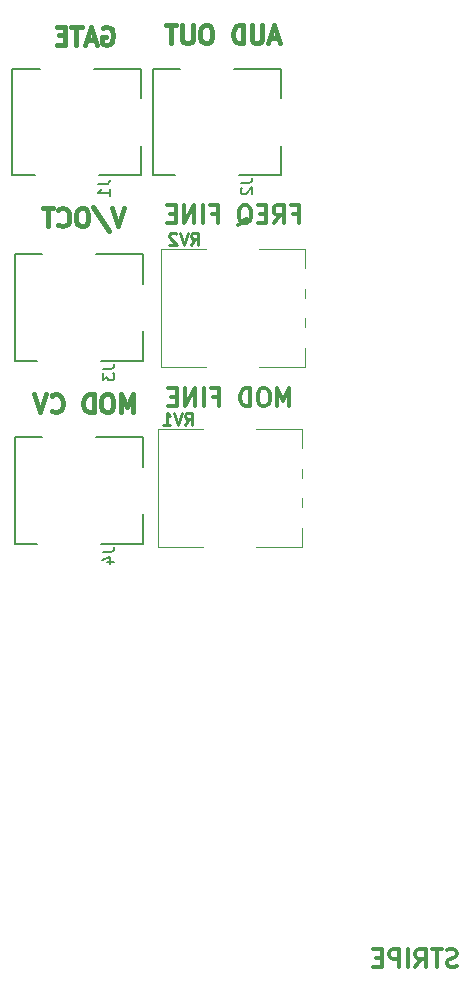
<source format=gbo>
%TF.GenerationSoftware,KiCad,Pcbnew,(6.0.1)*%
%TF.CreationDate,2022-09-27T15:47:34-04:00*%
%TF.ProjectId,SYNTH-VCO-02,53594e54-482d-4564-934f-2d30322e6b69,1*%
%TF.SameCoordinates,Original*%
%TF.FileFunction,Legend,Bot*%
%TF.FilePolarity,Positive*%
%FSLAX46Y46*%
G04 Gerber Fmt 4.6, Leading zero omitted, Abs format (unit mm)*
G04 Created by KiCad (PCBNEW (6.0.1)) date 2022-09-27 15:47:34*
%MOMM*%
%LPD*%
G01*
G04 APERTURE LIST*
%ADD10C,0.381000*%
%ADD11C,0.375000*%
%ADD12C,0.150000*%
%ADD13C,0.254000*%
%ADD14C,0.200000*%
%ADD15C,0.120000*%
G04 APERTURE END LIST*
D10*
X193548000Y-22479000D02*
X193693142Y-22406428D01*
X193910857Y-22406428D01*
X194128571Y-22479000D01*
X194273714Y-22624142D01*
X194346285Y-22769285D01*
X194418857Y-23059571D01*
X194418857Y-23277285D01*
X194346285Y-23567571D01*
X194273714Y-23712714D01*
X194128571Y-23857857D01*
X193910857Y-23930428D01*
X193765714Y-23930428D01*
X193548000Y-23857857D01*
X193475428Y-23785285D01*
X193475428Y-23277285D01*
X193765714Y-23277285D01*
X192894857Y-23495000D02*
X192169142Y-23495000D01*
X193040000Y-23930428D02*
X192532000Y-22406428D01*
X192024000Y-23930428D01*
X191733714Y-22406428D02*
X190862857Y-22406428D01*
X191298285Y-23930428D02*
X191298285Y-22406428D01*
X190354857Y-23132142D02*
X189846857Y-23132142D01*
X189629142Y-23930428D02*
X190354857Y-23930428D01*
X190354857Y-22406428D01*
X189629142Y-22406428D01*
X208388857Y-23368000D02*
X207663142Y-23368000D01*
X208534000Y-23803428D02*
X208026000Y-22279428D01*
X207518000Y-23803428D01*
X207010000Y-22279428D02*
X207010000Y-23513142D01*
X206937428Y-23658285D01*
X206864857Y-23730857D01*
X206719714Y-23803428D01*
X206429428Y-23803428D01*
X206284285Y-23730857D01*
X206211714Y-23658285D01*
X206139142Y-23513142D01*
X206139142Y-22279428D01*
X205413428Y-23803428D02*
X205413428Y-22279428D01*
X205050571Y-22279428D01*
X204832857Y-22352000D01*
X204687714Y-22497142D01*
X204615142Y-22642285D01*
X204542571Y-22932571D01*
X204542571Y-23150285D01*
X204615142Y-23440571D01*
X204687714Y-23585714D01*
X204832857Y-23730857D01*
X205050571Y-23803428D01*
X205413428Y-23803428D01*
X202438000Y-22279428D02*
X202147714Y-22279428D01*
X202002571Y-22352000D01*
X201857428Y-22497142D01*
X201784857Y-22787428D01*
X201784857Y-23295428D01*
X201857428Y-23585714D01*
X202002571Y-23730857D01*
X202147714Y-23803428D01*
X202438000Y-23803428D01*
X202583142Y-23730857D01*
X202728285Y-23585714D01*
X202800857Y-23295428D01*
X202800857Y-22787428D01*
X202728285Y-22497142D01*
X202583142Y-22352000D01*
X202438000Y-22279428D01*
X201131714Y-22279428D02*
X201131714Y-23513142D01*
X201059142Y-23658285D01*
X200986571Y-23730857D01*
X200841428Y-23803428D01*
X200551142Y-23803428D01*
X200406000Y-23730857D01*
X200333428Y-23658285D01*
X200260857Y-23513142D01*
X200260857Y-22279428D01*
X199752857Y-22279428D02*
X198882000Y-22279428D01*
X199317428Y-23803428D02*
X199317428Y-22279428D01*
D11*
X209632714Y-38246857D02*
X210132714Y-38246857D01*
X210132714Y-39032571D02*
X210132714Y-37532571D01*
X209418428Y-37532571D01*
X207989857Y-39032571D02*
X208489857Y-38318285D01*
X208847000Y-39032571D02*
X208847000Y-37532571D01*
X208275571Y-37532571D01*
X208132714Y-37604000D01*
X208061285Y-37675428D01*
X207989857Y-37818285D01*
X207989857Y-38032571D01*
X208061285Y-38175428D01*
X208132714Y-38246857D01*
X208275571Y-38318285D01*
X208847000Y-38318285D01*
X207347000Y-38246857D02*
X206847000Y-38246857D01*
X206632714Y-39032571D02*
X207347000Y-39032571D01*
X207347000Y-37532571D01*
X206632714Y-37532571D01*
X204989857Y-39175428D02*
X205132714Y-39104000D01*
X205275571Y-38961142D01*
X205489857Y-38746857D01*
X205632714Y-38675428D01*
X205775571Y-38675428D01*
X205704142Y-39032571D02*
X205847000Y-38961142D01*
X205989857Y-38818285D01*
X206061285Y-38532571D01*
X206061285Y-38032571D01*
X205989857Y-37746857D01*
X205847000Y-37604000D01*
X205704142Y-37532571D01*
X205418428Y-37532571D01*
X205275571Y-37604000D01*
X205132714Y-37746857D01*
X205061285Y-38032571D01*
X205061285Y-38532571D01*
X205132714Y-38818285D01*
X205275571Y-38961142D01*
X205418428Y-39032571D01*
X205704142Y-39032571D01*
X202775571Y-38246857D02*
X203275571Y-38246857D01*
X203275571Y-39032571D02*
X203275571Y-37532571D01*
X202561285Y-37532571D01*
X201989857Y-39032571D02*
X201989857Y-37532571D01*
X201275571Y-39032571D02*
X201275571Y-37532571D01*
X200418428Y-39032571D01*
X200418428Y-37532571D01*
X199704142Y-38246857D02*
X199204142Y-38246857D01*
X198989857Y-39032571D02*
X199704142Y-39032571D01*
X199704142Y-37532571D01*
X198989857Y-37532571D01*
X209287428Y-54526571D02*
X209287428Y-53026571D01*
X208787428Y-54098000D01*
X208287428Y-53026571D01*
X208287428Y-54526571D01*
X207287428Y-53026571D02*
X207001714Y-53026571D01*
X206858857Y-53098000D01*
X206716000Y-53240857D01*
X206644571Y-53526571D01*
X206644571Y-54026571D01*
X206716000Y-54312285D01*
X206858857Y-54455142D01*
X207001714Y-54526571D01*
X207287428Y-54526571D01*
X207430285Y-54455142D01*
X207573142Y-54312285D01*
X207644571Y-54026571D01*
X207644571Y-53526571D01*
X207573142Y-53240857D01*
X207430285Y-53098000D01*
X207287428Y-53026571D01*
X206001714Y-54526571D02*
X206001714Y-53026571D01*
X205644571Y-53026571D01*
X205430285Y-53098000D01*
X205287428Y-53240857D01*
X205216000Y-53383714D01*
X205144571Y-53669428D01*
X205144571Y-53883714D01*
X205216000Y-54169428D01*
X205287428Y-54312285D01*
X205430285Y-54455142D01*
X205644571Y-54526571D01*
X206001714Y-54526571D01*
X202858857Y-53740857D02*
X203358857Y-53740857D01*
X203358857Y-54526571D02*
X203358857Y-53026571D01*
X202644571Y-53026571D01*
X202073142Y-54526571D02*
X202073142Y-53026571D01*
X201358857Y-54526571D02*
X201358857Y-53026571D01*
X200501714Y-54526571D01*
X200501714Y-53026571D01*
X199787428Y-53740857D02*
X199287428Y-53740857D01*
X199073142Y-54526571D02*
X199787428Y-54526571D01*
X199787428Y-53026571D01*
X199073142Y-53026571D01*
D10*
X196088000Y-55045428D02*
X196088000Y-53521428D01*
X195580000Y-54610000D01*
X195072000Y-53521428D01*
X195072000Y-55045428D01*
X194056000Y-53521428D02*
X193765714Y-53521428D01*
X193620571Y-53594000D01*
X193475428Y-53739142D01*
X193402857Y-54029428D01*
X193402857Y-54537428D01*
X193475428Y-54827714D01*
X193620571Y-54972857D01*
X193765714Y-55045428D01*
X194056000Y-55045428D01*
X194201142Y-54972857D01*
X194346285Y-54827714D01*
X194418857Y-54537428D01*
X194418857Y-54029428D01*
X194346285Y-53739142D01*
X194201142Y-53594000D01*
X194056000Y-53521428D01*
X192749714Y-55045428D02*
X192749714Y-53521428D01*
X192386857Y-53521428D01*
X192169142Y-53594000D01*
X192024000Y-53739142D01*
X191951428Y-53884285D01*
X191878857Y-54174571D01*
X191878857Y-54392285D01*
X191951428Y-54682571D01*
X192024000Y-54827714D01*
X192169142Y-54972857D01*
X192386857Y-55045428D01*
X192749714Y-55045428D01*
X189193714Y-54900285D02*
X189266285Y-54972857D01*
X189484000Y-55045428D01*
X189629142Y-55045428D01*
X189846857Y-54972857D01*
X189992000Y-54827714D01*
X190064571Y-54682571D01*
X190137142Y-54392285D01*
X190137142Y-54174571D01*
X190064571Y-53884285D01*
X189992000Y-53739142D01*
X189846857Y-53594000D01*
X189629142Y-53521428D01*
X189484000Y-53521428D01*
X189266285Y-53594000D01*
X189193714Y-53666571D01*
X188758285Y-53521428D02*
X188250285Y-55045428D01*
X187742285Y-53521428D01*
X195344142Y-37773428D02*
X194836142Y-39297428D01*
X194328142Y-37773428D01*
X192731571Y-37700857D02*
X194037857Y-39660285D01*
X191933285Y-37773428D02*
X191643000Y-37773428D01*
X191497857Y-37846000D01*
X191352714Y-37991142D01*
X191280142Y-38281428D01*
X191280142Y-38789428D01*
X191352714Y-39079714D01*
X191497857Y-39224857D01*
X191643000Y-39297428D01*
X191933285Y-39297428D01*
X192078428Y-39224857D01*
X192223571Y-39079714D01*
X192296142Y-38789428D01*
X192296142Y-38281428D01*
X192223571Y-37991142D01*
X192078428Y-37846000D01*
X191933285Y-37773428D01*
X189756142Y-39152285D02*
X189828714Y-39224857D01*
X190046428Y-39297428D01*
X190191571Y-39297428D01*
X190409285Y-39224857D01*
X190554428Y-39079714D01*
X190627000Y-38934571D01*
X190699571Y-38644285D01*
X190699571Y-38426571D01*
X190627000Y-38136285D01*
X190554428Y-37991142D01*
X190409285Y-37846000D01*
X190191571Y-37773428D01*
X190046428Y-37773428D01*
X189828714Y-37846000D01*
X189756142Y-37918571D01*
X189320714Y-37773428D02*
X188449857Y-37773428D01*
X188885285Y-39297428D02*
X188885285Y-37773428D01*
D11*
X223499714Y-101953142D02*
X223285428Y-102024571D01*
X222928285Y-102024571D01*
X222785428Y-101953142D01*
X222714000Y-101881714D01*
X222642571Y-101738857D01*
X222642571Y-101596000D01*
X222714000Y-101453142D01*
X222785428Y-101381714D01*
X222928285Y-101310285D01*
X223214000Y-101238857D01*
X223356857Y-101167428D01*
X223428285Y-101096000D01*
X223499714Y-100953142D01*
X223499714Y-100810285D01*
X223428285Y-100667428D01*
X223356857Y-100596000D01*
X223214000Y-100524571D01*
X222856857Y-100524571D01*
X222642571Y-100596000D01*
X222214000Y-100524571D02*
X221356857Y-100524571D01*
X221785428Y-102024571D02*
X221785428Y-100524571D01*
X219999714Y-102024571D02*
X220499714Y-101310285D01*
X220856857Y-102024571D02*
X220856857Y-100524571D01*
X220285428Y-100524571D01*
X220142571Y-100596000D01*
X220071142Y-100667428D01*
X219999714Y-100810285D01*
X219999714Y-101024571D01*
X220071142Y-101167428D01*
X220142571Y-101238857D01*
X220285428Y-101310285D01*
X220856857Y-101310285D01*
X219356857Y-102024571D02*
X219356857Y-100524571D01*
X218642571Y-102024571D02*
X218642571Y-100524571D01*
X218071142Y-100524571D01*
X217928285Y-100596000D01*
X217856857Y-100667428D01*
X217785428Y-100810285D01*
X217785428Y-101024571D01*
X217856857Y-101167428D01*
X217928285Y-101238857D01*
X218071142Y-101310285D01*
X218642571Y-101310285D01*
X217142571Y-101238857D02*
X216642571Y-101238857D01*
X216428285Y-102024571D02*
X217142571Y-102024571D01*
X217142571Y-100524571D01*
X216428285Y-100524571D01*
D12*
%TO.C,J2*%
X205192380Y-35607666D02*
X205906666Y-35607666D01*
X206049523Y-35560047D01*
X206144761Y-35464809D01*
X206192380Y-35321952D01*
X206192380Y-35226714D01*
X205287619Y-36036238D02*
X205240000Y-36083857D01*
X205192380Y-36179095D01*
X205192380Y-36417190D01*
X205240000Y-36512428D01*
X205287619Y-36560047D01*
X205382857Y-36607666D01*
X205478095Y-36607666D01*
X205620952Y-36560047D01*
X206192380Y-35988619D01*
X206192380Y-36607666D01*
%TO.C,J4*%
X193508380Y-66849667D02*
X194222666Y-66849667D01*
X194365523Y-66802048D01*
X194460761Y-66706810D01*
X194508380Y-66563953D01*
X194508380Y-66468715D01*
X193841714Y-67754429D02*
X194508380Y-67754429D01*
X193460761Y-67516334D02*
X194175047Y-67278239D01*
X194175047Y-67897286D01*
%TO.C,J3*%
X193508380Y-51355667D02*
X194222666Y-51355667D01*
X194365523Y-51308048D01*
X194460761Y-51212810D01*
X194508380Y-51069953D01*
X194508380Y-50974715D01*
X193508380Y-51736620D02*
X193508380Y-52355667D01*
X193889333Y-52022334D01*
X193889333Y-52165191D01*
X193936952Y-52260429D01*
X193984571Y-52308048D01*
X194079809Y-52355667D01*
X194317904Y-52355667D01*
X194413142Y-52308048D01*
X194460761Y-52260429D01*
X194508380Y-52165191D01*
X194508380Y-51879477D01*
X194460761Y-51784239D01*
X194413142Y-51736620D01*
%TO.C,J1*%
X193127381Y-35734666D02*
X193841667Y-35734666D01*
X193984524Y-35687047D01*
X194079762Y-35591809D01*
X194127381Y-35448952D01*
X194127381Y-35353714D01*
X194127381Y-36734666D02*
X194127381Y-36163238D01*
X194127381Y-36448952D02*
X193127381Y-36448952D01*
X193270239Y-36353714D01*
X193365477Y-36258476D01*
X193413096Y-36163238D01*
D13*
%TO.C,RV2*%
X201010761Y-40845619D02*
X201349428Y-40361809D01*
X201591333Y-40845619D02*
X201591333Y-39829619D01*
X201204285Y-39829619D01*
X201107523Y-39878000D01*
X201059142Y-39926380D01*
X201010761Y-40023142D01*
X201010761Y-40168285D01*
X201059142Y-40265047D01*
X201107523Y-40313428D01*
X201204285Y-40361809D01*
X201591333Y-40361809D01*
X200720476Y-39829619D02*
X200381809Y-40845619D01*
X200043142Y-39829619D01*
X199752857Y-39926380D02*
X199704476Y-39878000D01*
X199607714Y-39829619D01*
X199365809Y-39829619D01*
X199269047Y-39878000D01*
X199220666Y-39926380D01*
X199172285Y-40023142D01*
X199172285Y-40119904D01*
X199220666Y-40265047D01*
X199801238Y-40845619D01*
X199172285Y-40845619D01*
%TO.C,RV1*%
X200502761Y-56085619D02*
X200841428Y-55601809D01*
X201083333Y-56085619D02*
X201083333Y-55069619D01*
X200696285Y-55069619D01*
X200599523Y-55118000D01*
X200551142Y-55166380D01*
X200502761Y-55263142D01*
X200502761Y-55408285D01*
X200551142Y-55505047D01*
X200599523Y-55553428D01*
X200696285Y-55601809D01*
X201083333Y-55601809D01*
X200212476Y-55069619D02*
X199873809Y-56085619D01*
X199535142Y-55069619D01*
X198664285Y-56085619D02*
X199244857Y-56085619D01*
X198954571Y-56085619D02*
X198954571Y-55069619D01*
X199051333Y-55214761D01*
X199148095Y-55311523D01*
X199244857Y-55359904D01*
D14*
%TO.C,J2*%
X197746000Y-34980000D02*
X197746000Y-25980000D01*
X197746000Y-34980000D02*
X199646000Y-34980000D01*
X197746000Y-25980000D02*
X200046000Y-25980000D01*
X208646000Y-25980000D02*
X204646000Y-25980000D01*
X208646000Y-34980000D02*
X205046000Y-34980000D01*
X208646000Y-34980000D02*
X208646000Y-32480000D01*
X208646000Y-25980000D02*
X208646000Y-28480000D01*
%TO.C,J4*%
X186062000Y-66176001D02*
X186062000Y-57176001D01*
X186062000Y-66176001D02*
X187962000Y-66176001D01*
X186062000Y-57176001D02*
X188362000Y-57176001D01*
X196962000Y-57176001D02*
X192962000Y-57176001D01*
X196962000Y-66176001D02*
X193362000Y-66176001D01*
X196962000Y-66176001D02*
X196962000Y-63676001D01*
X196962000Y-57176001D02*
X196962000Y-59676001D01*
%TO.C,J3*%
X186062000Y-50682001D02*
X186062000Y-41682001D01*
X186062000Y-50682001D02*
X187962000Y-50682001D01*
X186062000Y-41682001D02*
X188362000Y-41682001D01*
X196962000Y-41682001D02*
X192962000Y-41682001D01*
X196962000Y-50682001D02*
X193362000Y-50682001D01*
X196962000Y-50682001D02*
X196962000Y-48182001D01*
X196962000Y-41682001D02*
X196962000Y-44182001D01*
%TO.C,J1*%
X185870001Y-34980000D02*
X185870001Y-25980000D01*
X185870001Y-34980000D02*
X187770001Y-34980000D01*
X185870001Y-25980000D02*
X188170001Y-25980000D01*
X196770001Y-25980000D02*
X192770001Y-25980000D01*
X196770001Y-34980000D02*
X193170001Y-34980000D01*
X196770001Y-34980000D02*
X196770001Y-32480000D01*
X196770001Y-25980000D02*
X196770001Y-28480000D01*
D15*
%TO.C,RV2*%
X202281000Y-51198000D02*
X198416000Y-51198000D01*
X210656000Y-51198000D02*
X206791000Y-51198000D01*
X210656000Y-49598000D02*
X210656000Y-51198000D01*
X210656000Y-44599000D02*
X210656000Y-45358000D01*
X198416000Y-41258000D02*
X198416000Y-51198000D01*
X202281000Y-41258000D02*
X198416000Y-41258000D01*
X210656000Y-47099000D02*
X210656000Y-47858000D01*
X210656000Y-41258000D02*
X210656000Y-42857000D01*
X210656000Y-41258000D02*
X206791000Y-41258000D01*
%TO.C,RV1*%
X210402000Y-64838000D02*
X210402000Y-66438000D01*
X210402000Y-56498000D02*
X206537000Y-56498000D01*
X210402000Y-56498000D02*
X210402000Y-58097000D01*
X210402000Y-59839000D02*
X210402000Y-60598000D01*
X202027000Y-66438000D02*
X198162000Y-66438000D01*
X210402000Y-62339000D02*
X210402000Y-63098000D01*
X210402000Y-66438000D02*
X206537000Y-66438000D01*
X198162000Y-56498000D02*
X198162000Y-66438000D01*
X202027000Y-56498000D02*
X198162000Y-56498000D01*
%TD*%
M02*

</source>
